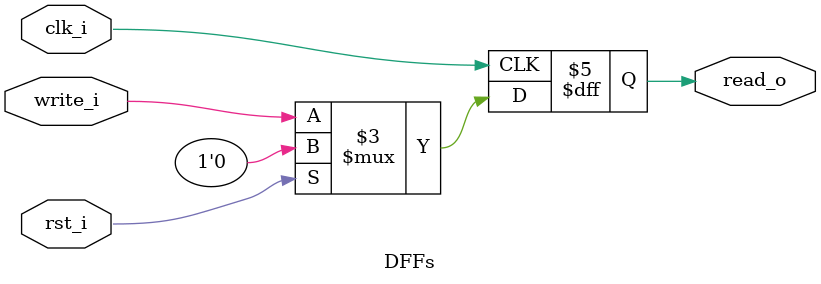
<source format=v>
module DFFs (
  input  clk_i,
  input  rst_i,
  input      [SIZE - 1:0] write_i,
  output reg [SIZE - 1:0] read_o
);

parameter SIZE = 1;

always@(posedge clk_i) begin
  if(rst_i) begin
    read_o <= 0;
  end else begin
    read_o <= write_i;
  end
end

endmodule

</source>
